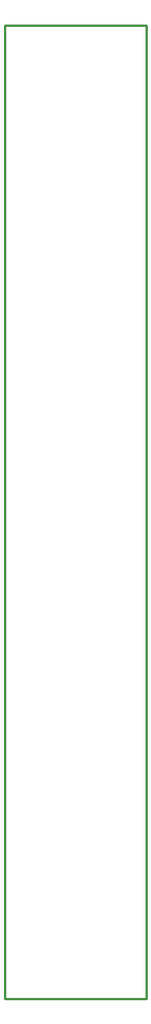
<source format=gko>
G04 Layer: BoardOutlineLayer*
G04 EasyEDA v6.5.14, 2022-08-19 15:33:08*
G04 4789359181944f948eab88b2c3823588,33ad25853f61487886fee39e8dc23a8a,10*
G04 Gerber Generator version 0.2*
G04 Scale: 100 percent, Rotated: No, Reflected: No *
G04 Dimensions in inches *
G04 leading zeros omitted , absolute positions ,3 integer and 6 decimal *
%FSLAX36Y36*%
%MOIN*%

%ADD10C,0.0100*%
D10*
X0Y0D02*
G01*
X600000Y0D01*
X600000Y4100000D01*
X0Y4100000D01*
X0Y0D01*

%LPD*%
M02*

</source>
